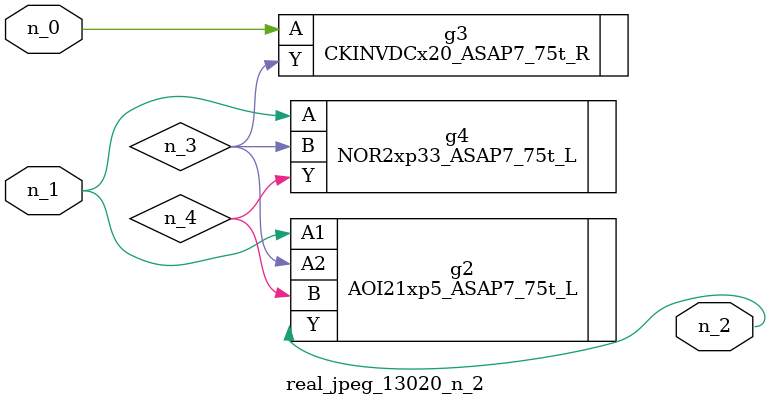
<source format=v>
module real_jpeg_13020_n_2 (n_1, n_0, n_2);

input n_1;
input n_0;

output n_2;

wire n_4;
wire n_3;

CKINVDCx20_ASAP7_75t_R g3 ( 
.A(n_0),
.Y(n_3)
);

AOI21xp5_ASAP7_75t_L g2 ( 
.A1(n_1),
.A2(n_3),
.B(n_4),
.Y(n_2)
);

NOR2xp33_ASAP7_75t_L g4 ( 
.A(n_1),
.B(n_3),
.Y(n_4)
);


endmodule
</source>
